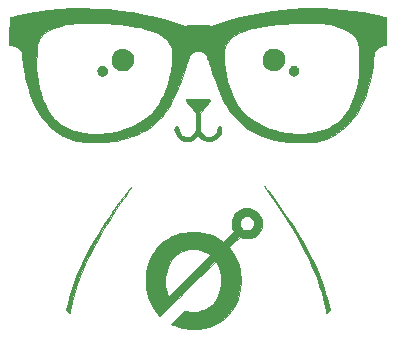
<source format=gbr>
%TF.GenerationSoftware,KiCad,Pcbnew,(5.1.7)-1*%
%TF.CreationDate,2020-09-28T14:59:46+02:00*%
%TF.ProjectId,oscar_pcb_svg2shenzen,6f736361-725f-4706-9362-5f7376673273,rev?*%
%TF.SameCoordinates,Original*%
%TF.FileFunction,Legend,Bot*%
%TF.FilePolarity,Positive*%
%FSLAX46Y46*%
G04 Gerber Fmt 4.6, Leading zero omitted, Abs format (unit mm)*
G04 Created by KiCad (PCBNEW (5.1.7)-1) date 2020-09-28 14:59:46*
%MOMM*%
%LPD*%
G01*
G04 APERTURE LIST*
%ADD10C,0.010000*%
G04 APERTURE END LIST*
D10*
%TO.C,G\u002A\u002A\u002A*%
G36*
X50683173Y-51638484D02*
G01*
X50845796Y-51658520D01*
X50916416Y-51675915D01*
X51135765Y-51762457D01*
X51332885Y-51882324D01*
X51504325Y-52031979D01*
X51646637Y-52207884D01*
X51756371Y-52406503D01*
X51826265Y-52608905D01*
X51847464Y-52733217D01*
X51856654Y-52880240D01*
X51853869Y-53032288D01*
X51839140Y-53171674D01*
X51825107Y-53239862D01*
X51749967Y-53448947D01*
X51639576Y-53641412D01*
X51498652Y-53812711D01*
X51331917Y-53958300D01*
X51144090Y-54073634D01*
X50939892Y-54154166D01*
X50852916Y-54175990D01*
X50751063Y-54192795D01*
X50640095Y-54204239D01*
X50565260Y-54207465D01*
X50457070Y-54200210D01*
X50332263Y-54180290D01*
X50206743Y-54151221D01*
X50096409Y-54116519D01*
X50036223Y-54090498D01*
X49968480Y-54055466D01*
X49517655Y-54505926D01*
X49066830Y-54956385D01*
X49168685Y-55084817D01*
X49391209Y-55398589D01*
X49584468Y-55740574D01*
X49747053Y-56107109D01*
X49877555Y-56494531D01*
X49974567Y-56899174D01*
X50036679Y-57317377D01*
X50040076Y-57351083D01*
X50050614Y-57508796D01*
X50055069Y-57692362D01*
X50053786Y-57889640D01*
X50047105Y-58088493D01*
X50035371Y-58276784D01*
X50018924Y-58442372D01*
X50006928Y-58525833D01*
X49918084Y-58939699D01*
X49794252Y-59332591D01*
X49636868Y-59702984D01*
X49447365Y-60049355D01*
X49227181Y-60370183D01*
X48977748Y-60663943D01*
X48700502Y-60929113D01*
X48396879Y-61164170D01*
X48068313Y-61367591D01*
X47716239Y-61537852D01*
X47342092Y-61673432D01*
X46947666Y-61772734D01*
X46538642Y-61836307D01*
X46126869Y-61865233D01*
X45722880Y-61858942D01*
X45575547Y-61847387D01*
X45348244Y-61817480D01*
X45106713Y-61771590D01*
X44863425Y-61712896D01*
X44630856Y-61644574D01*
X44421477Y-61569803D01*
X44323771Y-61528464D01*
X44186959Y-61466555D01*
X45312885Y-60340629D01*
X45500567Y-60380439D01*
X45637408Y-60401700D01*
X45802947Y-60415309D01*
X45984480Y-60421262D01*
X46169303Y-60419554D01*
X46344713Y-60410181D01*
X46498006Y-60393137D01*
X46566666Y-60380839D01*
X46864074Y-60297209D01*
X47139080Y-60178538D01*
X47390382Y-60026482D01*
X47616676Y-59842701D01*
X47816660Y-59628852D01*
X47989031Y-59386595D01*
X48132487Y-59117587D01*
X48245724Y-58823488D01*
X48327439Y-58505954D01*
X48376331Y-58166645D01*
X48383991Y-58067481D01*
X48390831Y-57677224D01*
X48360725Y-57306968D01*
X48293483Y-56955711D01*
X48188916Y-56622453D01*
X48052903Y-56317878D01*
X47934668Y-56089006D01*
X46112959Y-57905433D01*
X45766187Y-58251205D01*
X45448145Y-58568320D01*
X45157574Y-58858004D01*
X44893215Y-59121480D01*
X44653809Y-59359971D01*
X44438098Y-59574702D01*
X44244823Y-59766896D01*
X44072726Y-59937778D01*
X43920547Y-60088572D01*
X43787028Y-60220500D01*
X43670910Y-60334788D01*
X43570935Y-60432659D01*
X43485843Y-60515337D01*
X43414376Y-60584047D01*
X43355276Y-60640011D01*
X43307283Y-60684454D01*
X43269139Y-60718599D01*
X43239585Y-60743672D01*
X43217363Y-60760895D01*
X43201213Y-60771492D01*
X43189878Y-60776688D01*
X43182097Y-60777706D01*
X43176614Y-60775771D01*
X43172167Y-60772105D01*
X43168360Y-60768623D01*
X43141284Y-60741294D01*
X43094026Y-60688854D01*
X43033288Y-60618896D01*
X42967109Y-60540614D01*
X42720936Y-60216049D01*
X42512085Y-59876081D01*
X42339369Y-59518022D01*
X42201605Y-59139183D01*
X42097606Y-58736878D01*
X42046056Y-58451750D01*
X42028148Y-58295209D01*
X42016269Y-58108513D01*
X42010436Y-57903408D01*
X42010591Y-57761280D01*
X43659793Y-57761280D01*
X43660967Y-57968073D01*
X43670498Y-58162425D01*
X43688487Y-58331793D01*
X43695868Y-58377666D01*
X43730372Y-58544177D01*
X43774811Y-58717372D01*
X43824803Y-58881791D01*
X43875966Y-59021973D01*
X43883903Y-59040969D01*
X43927633Y-59143355D01*
X45701002Y-57370081D01*
X45928692Y-57142191D01*
X46147730Y-56922548D01*
X46356285Y-56713008D01*
X46552525Y-56515431D01*
X46734618Y-56331675D01*
X46900732Y-56163598D01*
X47049035Y-56013058D01*
X47177696Y-55881914D01*
X47284882Y-55772024D01*
X47368762Y-55685246D01*
X47427503Y-55623439D01*
X47459275Y-55588461D01*
X47464603Y-55581002D01*
X47440202Y-55559075D01*
X47388360Y-55521857D01*
X47318281Y-55475250D01*
X47239173Y-55425155D01*
X47160241Y-55377473D01*
X47090690Y-55338106D01*
X47064083Y-55324264D01*
X46842208Y-55232193D01*
X46594283Y-55161986D01*
X46331925Y-55116189D01*
X46066753Y-55097347D01*
X46026916Y-55097003D01*
X45708866Y-55116514D01*
X45407621Y-55174117D01*
X45124731Y-55268412D01*
X44861744Y-55398003D01*
X44620210Y-55561493D01*
X44401678Y-55757482D01*
X44207696Y-55984575D01*
X44039813Y-56241373D01*
X43899579Y-56526478D01*
X43788542Y-56838494D01*
X43708251Y-57176021D01*
X43705403Y-57191692D01*
X43682112Y-57360546D01*
X43666875Y-57554590D01*
X43659793Y-57761280D01*
X42010591Y-57761280D01*
X42010668Y-57691643D01*
X42016982Y-57484965D01*
X42029397Y-57295123D01*
X42044096Y-57160583D01*
X42120526Y-56739218D01*
X42231507Y-56337727D01*
X42375767Y-55957745D01*
X42552039Y-55600908D01*
X42759051Y-55268851D01*
X42995534Y-54963210D01*
X43260219Y-54685620D01*
X43551836Y-54437717D01*
X43869114Y-54221136D01*
X44210784Y-54037514D01*
X44575577Y-53888486D01*
X44587583Y-53884318D01*
X44929668Y-53782582D01*
X45280091Y-53711726D01*
X45647000Y-53670463D01*
X46026916Y-53657500D01*
X46460182Y-53675406D01*
X46871951Y-53729369D01*
X47263490Y-53819753D01*
X47636068Y-53946924D01*
X47990951Y-54111245D01*
X48329407Y-54313083D01*
X48348279Y-54325758D01*
X48585133Y-54485825D01*
X49473730Y-53597228D01*
X49413398Y-53463322D01*
X49348165Y-53292165D01*
X49310931Y-53123682D01*
X49300484Y-52978087D01*
X49965061Y-52978087D01*
X49996430Y-53118495D01*
X50063849Y-53251237D01*
X50168174Y-53370583D01*
X50168394Y-53370782D01*
X50270753Y-53450166D01*
X50372609Y-53498797D01*
X50487496Y-53521325D01*
X50611972Y-53523174D01*
X50710865Y-53515658D01*
X50784092Y-53499935D01*
X50848105Y-53472034D01*
X50865972Y-53461881D01*
X51002080Y-53360033D01*
X51102182Y-53237359D01*
X51165064Y-53095905D01*
X51189518Y-52937718D01*
X51189808Y-52914767D01*
X51169492Y-52756313D01*
X51110705Y-52614303D01*
X51014825Y-52490895D01*
X50883231Y-52388248D01*
X50836453Y-52361537D01*
X50737630Y-52327196D01*
X50617309Y-52311790D01*
X50491857Y-52315320D01*
X50377638Y-52337785D01*
X50319046Y-52361537D01*
X50182989Y-52454353D01*
X50078707Y-52568144D01*
X50007055Y-52697182D01*
X49968888Y-52835739D01*
X49965061Y-52978087D01*
X49300484Y-52978087D01*
X49297667Y-52938830D01*
X49297497Y-52915822D01*
X49317169Y-52684293D01*
X49375425Y-52466575D01*
X49469820Y-52266044D01*
X49597911Y-52086076D01*
X49757253Y-51930049D01*
X49945403Y-51801338D01*
X50159916Y-51703321D01*
X50180273Y-51696175D01*
X50334451Y-51657751D01*
X50507404Y-51638374D01*
X50683173Y-51638484D01*
G37*
X50683173Y-51638484D02*
X50845796Y-51658520D01*
X50916416Y-51675915D01*
X51135765Y-51762457D01*
X51332885Y-51882324D01*
X51504325Y-52031979D01*
X51646637Y-52207884D01*
X51756371Y-52406503D01*
X51826265Y-52608905D01*
X51847464Y-52733217D01*
X51856654Y-52880240D01*
X51853869Y-53032288D01*
X51839140Y-53171674D01*
X51825107Y-53239862D01*
X51749967Y-53448947D01*
X51639576Y-53641412D01*
X51498652Y-53812711D01*
X51331917Y-53958300D01*
X51144090Y-54073634D01*
X50939892Y-54154166D01*
X50852916Y-54175990D01*
X50751063Y-54192795D01*
X50640095Y-54204239D01*
X50565260Y-54207465D01*
X50457070Y-54200210D01*
X50332263Y-54180290D01*
X50206743Y-54151221D01*
X50096409Y-54116519D01*
X50036223Y-54090498D01*
X49968480Y-54055466D01*
X49517655Y-54505926D01*
X49066830Y-54956385D01*
X49168685Y-55084817D01*
X49391209Y-55398589D01*
X49584468Y-55740574D01*
X49747053Y-56107109D01*
X49877555Y-56494531D01*
X49974567Y-56899174D01*
X50036679Y-57317377D01*
X50040076Y-57351083D01*
X50050614Y-57508796D01*
X50055069Y-57692362D01*
X50053786Y-57889640D01*
X50047105Y-58088493D01*
X50035371Y-58276784D01*
X50018924Y-58442372D01*
X50006928Y-58525833D01*
X49918084Y-58939699D01*
X49794252Y-59332591D01*
X49636868Y-59702984D01*
X49447365Y-60049355D01*
X49227181Y-60370183D01*
X48977748Y-60663943D01*
X48700502Y-60929113D01*
X48396879Y-61164170D01*
X48068313Y-61367591D01*
X47716239Y-61537852D01*
X47342092Y-61673432D01*
X46947666Y-61772734D01*
X46538642Y-61836307D01*
X46126869Y-61865233D01*
X45722880Y-61858942D01*
X45575547Y-61847387D01*
X45348244Y-61817480D01*
X45106713Y-61771590D01*
X44863425Y-61712896D01*
X44630856Y-61644574D01*
X44421477Y-61569803D01*
X44323771Y-61528464D01*
X44186959Y-61466555D01*
X45312885Y-60340629D01*
X45500567Y-60380439D01*
X45637408Y-60401700D01*
X45802947Y-60415309D01*
X45984480Y-60421262D01*
X46169303Y-60419554D01*
X46344713Y-60410181D01*
X46498006Y-60393137D01*
X46566666Y-60380839D01*
X46864074Y-60297209D01*
X47139080Y-60178538D01*
X47390382Y-60026482D01*
X47616676Y-59842701D01*
X47816660Y-59628852D01*
X47989031Y-59386595D01*
X48132487Y-59117587D01*
X48245724Y-58823488D01*
X48327439Y-58505954D01*
X48376331Y-58166645D01*
X48383991Y-58067481D01*
X48390831Y-57677224D01*
X48360725Y-57306968D01*
X48293483Y-56955711D01*
X48188916Y-56622453D01*
X48052903Y-56317878D01*
X47934668Y-56089006D01*
X46112959Y-57905433D01*
X45766187Y-58251205D01*
X45448145Y-58568320D01*
X45157574Y-58858004D01*
X44893215Y-59121480D01*
X44653809Y-59359971D01*
X44438098Y-59574702D01*
X44244823Y-59766896D01*
X44072726Y-59937778D01*
X43920547Y-60088572D01*
X43787028Y-60220500D01*
X43670910Y-60334788D01*
X43570935Y-60432659D01*
X43485843Y-60515337D01*
X43414376Y-60584047D01*
X43355276Y-60640011D01*
X43307283Y-60684454D01*
X43269139Y-60718599D01*
X43239585Y-60743672D01*
X43217363Y-60760895D01*
X43201213Y-60771492D01*
X43189878Y-60776688D01*
X43182097Y-60777706D01*
X43176614Y-60775771D01*
X43172167Y-60772105D01*
X43168360Y-60768623D01*
X43141284Y-60741294D01*
X43094026Y-60688854D01*
X43033288Y-60618896D01*
X42967109Y-60540614D01*
X42720936Y-60216049D01*
X42512085Y-59876081D01*
X42339369Y-59518022D01*
X42201605Y-59139183D01*
X42097606Y-58736878D01*
X42046056Y-58451750D01*
X42028148Y-58295209D01*
X42016269Y-58108513D01*
X42010436Y-57903408D01*
X42010591Y-57761280D01*
X43659793Y-57761280D01*
X43660967Y-57968073D01*
X43670498Y-58162425D01*
X43688487Y-58331793D01*
X43695868Y-58377666D01*
X43730372Y-58544177D01*
X43774811Y-58717372D01*
X43824803Y-58881791D01*
X43875966Y-59021973D01*
X43883903Y-59040969D01*
X43927633Y-59143355D01*
X45701002Y-57370081D01*
X45928692Y-57142191D01*
X46147730Y-56922548D01*
X46356285Y-56713008D01*
X46552525Y-56515431D01*
X46734618Y-56331675D01*
X46900732Y-56163598D01*
X47049035Y-56013058D01*
X47177696Y-55881914D01*
X47284882Y-55772024D01*
X47368762Y-55685246D01*
X47427503Y-55623439D01*
X47459275Y-55588461D01*
X47464603Y-55581002D01*
X47440202Y-55559075D01*
X47388360Y-55521857D01*
X47318281Y-55475250D01*
X47239173Y-55425155D01*
X47160241Y-55377473D01*
X47090690Y-55338106D01*
X47064083Y-55324264D01*
X46842208Y-55232193D01*
X46594283Y-55161986D01*
X46331925Y-55116189D01*
X46066753Y-55097347D01*
X46026916Y-55097003D01*
X45708866Y-55116514D01*
X45407621Y-55174117D01*
X45124731Y-55268412D01*
X44861744Y-55398003D01*
X44620210Y-55561493D01*
X44401678Y-55757482D01*
X44207696Y-55984575D01*
X44039813Y-56241373D01*
X43899579Y-56526478D01*
X43788542Y-56838494D01*
X43708251Y-57176021D01*
X43705403Y-57191692D01*
X43682112Y-57360546D01*
X43666875Y-57554590D01*
X43659793Y-57761280D01*
X42010591Y-57761280D01*
X42010668Y-57691643D01*
X42016982Y-57484965D01*
X42029397Y-57295123D01*
X42044096Y-57160583D01*
X42120526Y-56739218D01*
X42231507Y-56337727D01*
X42375767Y-55957745D01*
X42552039Y-55600908D01*
X42759051Y-55268851D01*
X42995534Y-54963210D01*
X43260219Y-54685620D01*
X43551836Y-54437717D01*
X43869114Y-54221136D01*
X44210784Y-54037514D01*
X44575577Y-53888486D01*
X44587583Y-53884318D01*
X44929668Y-53782582D01*
X45280091Y-53711726D01*
X45647000Y-53670463D01*
X46026916Y-53657500D01*
X46460182Y-53675406D01*
X46871951Y-53729369D01*
X47263490Y-53819753D01*
X47636068Y-53946924D01*
X47990951Y-54111245D01*
X48329407Y-54313083D01*
X48348279Y-54325758D01*
X48585133Y-54485825D01*
X49473730Y-53597228D01*
X49413398Y-53463322D01*
X49348165Y-53292165D01*
X49310931Y-53123682D01*
X49300484Y-52978087D01*
X49965061Y-52978087D01*
X49996430Y-53118495D01*
X50063849Y-53251237D01*
X50168174Y-53370583D01*
X50168394Y-53370782D01*
X50270753Y-53450166D01*
X50372609Y-53498797D01*
X50487496Y-53521325D01*
X50611972Y-53523174D01*
X50710865Y-53515658D01*
X50784092Y-53499935D01*
X50848105Y-53472034D01*
X50865972Y-53461881D01*
X51002080Y-53360033D01*
X51102182Y-53237359D01*
X51165064Y-53095905D01*
X51189518Y-52937718D01*
X51189808Y-52914767D01*
X51169492Y-52756313D01*
X51110705Y-52614303D01*
X51014825Y-52490895D01*
X50883231Y-52388248D01*
X50836453Y-52361537D01*
X50737630Y-52327196D01*
X50617309Y-52311790D01*
X50491857Y-52315320D01*
X50377638Y-52337785D01*
X50319046Y-52361537D01*
X50182989Y-52454353D01*
X50078707Y-52568144D01*
X50007055Y-52697182D01*
X49968888Y-52835739D01*
X49965061Y-52978087D01*
X49300484Y-52978087D01*
X49297667Y-52938830D01*
X49297497Y-52915822D01*
X49317169Y-52684293D01*
X49375425Y-52466575D01*
X49469820Y-52266044D01*
X49597911Y-52086076D01*
X49757253Y-51930049D01*
X49945403Y-51801338D01*
X50159916Y-51703321D01*
X50180273Y-51696175D01*
X50334451Y-51657751D01*
X50507404Y-51638374D01*
X50683173Y-51638484D01*
G36*
X40801919Y-49819797D02*
G01*
X40783378Y-49849646D01*
X40749419Y-49900515D01*
X40698324Y-49975027D01*
X40628375Y-50075810D01*
X40537856Y-50205486D01*
X40425048Y-50366683D01*
X40401044Y-50400961D01*
X39857943Y-51189714D01*
X39349305Y-51956000D01*
X38874510Y-52701040D01*
X38432935Y-53426056D01*
X38023959Y-54132269D01*
X37646960Y-54820901D01*
X37301318Y-55493173D01*
X36986410Y-56150306D01*
X36701615Y-56793522D01*
X36446312Y-57424043D01*
X36219878Y-58043090D01*
X36021693Y-58651883D01*
X35851135Y-59251646D01*
X35803757Y-59436000D01*
X35769932Y-59574631D01*
X35735135Y-59723606D01*
X35700761Y-59876294D01*
X35668203Y-60026070D01*
X35638854Y-60166306D01*
X35614109Y-60290373D01*
X35595359Y-60391646D01*
X35584000Y-60463496D01*
X35581166Y-60494660D01*
X35574177Y-60528905D01*
X35564629Y-60536666D01*
X35543049Y-60522595D01*
X35500251Y-60485183D01*
X35444331Y-60431632D01*
X35426306Y-60413597D01*
X35304521Y-60290527D01*
X35359259Y-60006138D01*
X35431558Y-59666615D01*
X35522307Y-59299880D01*
X35628675Y-58915318D01*
X35747831Y-58522312D01*
X35876942Y-58130246D01*
X36013178Y-57748504D01*
X36138074Y-57425166D01*
X36440467Y-56713510D01*
X36781323Y-55987328D01*
X37159882Y-55248022D01*
X37575385Y-54496995D01*
X38027073Y-53735652D01*
X38514187Y-52965394D01*
X38720801Y-52652083D01*
X38844518Y-52468544D01*
X38981156Y-52269207D01*
X39128108Y-52057649D01*
X39282767Y-51837447D01*
X39442529Y-51612179D01*
X39604785Y-51385422D01*
X39766931Y-51160754D01*
X39926359Y-50941753D01*
X40080465Y-50731996D01*
X40226640Y-50535061D01*
X40362279Y-50354524D01*
X40484777Y-50193964D01*
X40591525Y-50056959D01*
X40679919Y-49947085D01*
X40747352Y-49867920D01*
X40756260Y-49858083D01*
X40782213Y-49830109D01*
X40799619Y-49812653D01*
X40806760Y-49808341D01*
X40801919Y-49819797D01*
G37*
X40801919Y-49819797D02*
X40783378Y-49849646D01*
X40749419Y-49900515D01*
X40698324Y-49975027D01*
X40628375Y-50075810D01*
X40537856Y-50205486D01*
X40425048Y-50366683D01*
X40401044Y-50400961D01*
X39857943Y-51189714D01*
X39349305Y-51956000D01*
X38874510Y-52701040D01*
X38432935Y-53426056D01*
X38023959Y-54132269D01*
X37646960Y-54820901D01*
X37301318Y-55493173D01*
X36986410Y-56150306D01*
X36701615Y-56793522D01*
X36446312Y-57424043D01*
X36219878Y-58043090D01*
X36021693Y-58651883D01*
X35851135Y-59251646D01*
X35803757Y-59436000D01*
X35769932Y-59574631D01*
X35735135Y-59723606D01*
X35700761Y-59876294D01*
X35668203Y-60026070D01*
X35638854Y-60166306D01*
X35614109Y-60290373D01*
X35595359Y-60391646D01*
X35584000Y-60463496D01*
X35581166Y-60494660D01*
X35574177Y-60528905D01*
X35564629Y-60536666D01*
X35543049Y-60522595D01*
X35500251Y-60485183D01*
X35444331Y-60431632D01*
X35426306Y-60413597D01*
X35304521Y-60290527D01*
X35359259Y-60006138D01*
X35431558Y-59666615D01*
X35522307Y-59299880D01*
X35628675Y-58915318D01*
X35747831Y-58522312D01*
X35876942Y-58130246D01*
X36013178Y-57748504D01*
X36138074Y-57425166D01*
X36440467Y-56713510D01*
X36781323Y-55987328D01*
X37159882Y-55248022D01*
X37575385Y-54496995D01*
X38027073Y-53735652D01*
X38514187Y-52965394D01*
X38720801Y-52652083D01*
X38844518Y-52468544D01*
X38981156Y-52269207D01*
X39128108Y-52057649D01*
X39282767Y-51837447D01*
X39442529Y-51612179D01*
X39604785Y-51385422D01*
X39766931Y-51160754D01*
X39926359Y-50941753D01*
X40080465Y-50731996D01*
X40226640Y-50535061D01*
X40362279Y-50354524D01*
X40484777Y-50193964D01*
X40591525Y-50056959D01*
X40679919Y-49947085D01*
X40747352Y-49867920D01*
X40756260Y-49858083D01*
X40782213Y-49830109D01*
X40799619Y-49812653D01*
X40806760Y-49808341D01*
X40801919Y-49819797D01*
G36*
X52074050Y-49792200D02*
G01*
X52094666Y-49813732D01*
X52127170Y-49852082D01*
X52173313Y-49909504D01*
X52234844Y-49988250D01*
X52313514Y-50090574D01*
X52411072Y-50218728D01*
X52529269Y-50374965D01*
X52669854Y-50561540D01*
X52769575Y-50694166D01*
X53366685Y-51507090D01*
X53925811Y-52305970D01*
X54446858Y-53090621D01*
X54929732Y-53860857D01*
X55374337Y-54616492D01*
X55780577Y-55357341D01*
X56148358Y-56083217D01*
X56477585Y-56793935D01*
X56768162Y-57489309D01*
X57019994Y-58169153D01*
X57232986Y-58833283D01*
X57407044Y-59481510D01*
X57510948Y-59951975D01*
X57578125Y-60288034D01*
X57449657Y-60416502D01*
X57381010Y-60481663D01*
X57336460Y-60515307D01*
X57313734Y-60519035D01*
X57310762Y-60514359D01*
X57302569Y-60480737D01*
X57289484Y-60416721D01*
X57273775Y-60333639D01*
X57266489Y-60293250D01*
X57201308Y-59962942D01*
X57118309Y-59602970D01*
X57019539Y-59221051D01*
X56907044Y-58824904D01*
X56782871Y-58422246D01*
X56716388Y-58218916D01*
X56559891Y-57767714D01*
X56393020Y-57323232D01*
X56212399Y-56877399D01*
X56014653Y-56422143D01*
X55796404Y-55949393D01*
X55583269Y-55509583D01*
X55362296Y-55071398D01*
X55133209Y-54635007D01*
X54894068Y-54197253D01*
X54642932Y-53754980D01*
X54377860Y-53305031D01*
X54096914Y-52844250D01*
X53798151Y-52369478D01*
X53479633Y-51877561D01*
X53139418Y-51365340D01*
X52775567Y-50829658D01*
X52386139Y-50267360D01*
X52184430Y-49979791D01*
X52131381Y-49902580D01*
X52090859Y-49839943D01*
X52067054Y-49798622D01*
X52063573Y-49785234D01*
X52074050Y-49792200D01*
G37*
X52074050Y-49792200D02*
X52094666Y-49813732D01*
X52127170Y-49852082D01*
X52173313Y-49909504D01*
X52234844Y-49988250D01*
X52313514Y-50090574D01*
X52411072Y-50218728D01*
X52529269Y-50374965D01*
X52669854Y-50561540D01*
X52769575Y-50694166D01*
X53366685Y-51507090D01*
X53925811Y-52305970D01*
X54446858Y-53090621D01*
X54929732Y-53860857D01*
X55374337Y-54616492D01*
X55780577Y-55357341D01*
X56148358Y-56083217D01*
X56477585Y-56793935D01*
X56768162Y-57489309D01*
X57019994Y-58169153D01*
X57232986Y-58833283D01*
X57407044Y-59481510D01*
X57510948Y-59951975D01*
X57578125Y-60288034D01*
X57449657Y-60416502D01*
X57381010Y-60481663D01*
X57336460Y-60515307D01*
X57313734Y-60519035D01*
X57310762Y-60514359D01*
X57302569Y-60480737D01*
X57289484Y-60416721D01*
X57273775Y-60333639D01*
X57266489Y-60293250D01*
X57201308Y-59962942D01*
X57118309Y-59602970D01*
X57019539Y-59221051D01*
X56907044Y-58824904D01*
X56782871Y-58422246D01*
X56716388Y-58218916D01*
X56559891Y-57767714D01*
X56393020Y-57323232D01*
X56212399Y-56877399D01*
X56014653Y-56422143D01*
X55796404Y-55949393D01*
X55583269Y-55509583D01*
X55362296Y-55071398D01*
X55133209Y-54635007D01*
X54894068Y-54197253D01*
X54642932Y-53754980D01*
X54377860Y-53305031D01*
X54096914Y-52844250D01*
X53798151Y-52369478D01*
X53479633Y-51877561D01*
X53139418Y-51365340D01*
X52775567Y-50829658D01*
X52386139Y-50267360D01*
X52184430Y-49979791D01*
X52131381Y-49902580D01*
X52090859Y-49839943D01*
X52067054Y-49798622D01*
X52063573Y-49785234D01*
X52074050Y-49792200D01*
G36*
X37788946Y-34743031D02*
G01*
X38813005Y-34809083D01*
X39833970Y-34915312D01*
X40849734Y-35061542D01*
X41858186Y-35247596D01*
X42857217Y-35473296D01*
X43844719Y-35738466D01*
X44802999Y-36037709D01*
X45349365Y-36220521D01*
X45698724Y-36170802D01*
X46161546Y-36126177D01*
X46627543Y-36123133D01*
X47091946Y-36161669D01*
X47161500Y-36171081D01*
X47512917Y-36221080D01*
X48092833Y-36029175D01*
X49029380Y-35737367D01*
X49959085Y-35484525D01*
X50888109Y-35269328D01*
X51822611Y-35090455D01*
X52768748Y-34946585D01*
X53583416Y-34851164D01*
X54433943Y-34779616D01*
X55294579Y-34736390D01*
X56160190Y-34721206D01*
X57025643Y-34733786D01*
X57885805Y-34773849D01*
X58735543Y-34841117D01*
X59569725Y-34935310D01*
X60383217Y-35056149D01*
X61170885Y-35203355D01*
X61542083Y-35284164D01*
X61709740Y-35323248D01*
X61869654Y-35362047D01*
X62016537Y-35399149D01*
X62145101Y-35433144D01*
X62250061Y-35462621D01*
X62326128Y-35486170D01*
X62368017Y-35502379D01*
X62373617Y-35506049D01*
X62376616Y-35529516D01*
X62379636Y-35591341D01*
X62382602Y-35687550D01*
X62385441Y-35814167D01*
X62388079Y-35967219D01*
X62390442Y-36142730D01*
X62392457Y-36336726D01*
X62394049Y-36545231D01*
X62394576Y-36636474D01*
X62395716Y-36893563D01*
X62396199Y-37111263D01*
X62395971Y-37292513D01*
X62394976Y-37440254D01*
X62393162Y-37557426D01*
X62390473Y-37646969D01*
X62386856Y-37711822D01*
X62382257Y-37754926D01*
X62376621Y-37779219D01*
X62373409Y-37785217D01*
X62339321Y-37805342D01*
X62272333Y-37827627D01*
X62181580Y-37849176D01*
X62155916Y-37854171D01*
X61945044Y-37908706D01*
X61757862Y-37988048D01*
X61598276Y-38089639D01*
X61470189Y-38210921D01*
X61377506Y-38349335D01*
X61367114Y-38370946D01*
X61345858Y-38421126D01*
X61330117Y-38470564D01*
X61318582Y-38527822D01*
X61309943Y-38601462D01*
X61302892Y-38700050D01*
X61296117Y-38832146D01*
X61295913Y-38836547D01*
X61270173Y-39183299D01*
X61223864Y-39563837D01*
X61157524Y-39975253D01*
X61071694Y-40414638D01*
X60966912Y-40879083D01*
X60843717Y-41365680D01*
X60790819Y-41560750D01*
X60642957Y-42034511D01*
X60465978Y-42493081D01*
X60261785Y-42933927D01*
X60032286Y-43354516D01*
X59779386Y-43752318D01*
X59504990Y-44124800D01*
X59211004Y-44469429D01*
X58899333Y-44783675D01*
X58571883Y-45065005D01*
X58230559Y-45310886D01*
X57877268Y-45518788D01*
X57771971Y-45572040D01*
X57503427Y-45694133D01*
X57238971Y-45795451D01*
X56969367Y-45878527D01*
X56685377Y-45945890D01*
X56377764Y-46000072D01*
X56059916Y-46041125D01*
X55933729Y-46051657D01*
X55772959Y-46059732D01*
X55585281Y-46065392D01*
X55378372Y-46068679D01*
X55159906Y-46069633D01*
X54937561Y-46068297D01*
X54719012Y-46064712D01*
X54511936Y-46058919D01*
X54324007Y-46050961D01*
X54162902Y-46040878D01*
X54049083Y-46030242D01*
X53454493Y-45944809D01*
X52890007Y-45829960D01*
X52355693Y-45685733D01*
X51851618Y-45512165D01*
X51377851Y-45309293D01*
X50934461Y-45077155D01*
X50521514Y-44815786D01*
X50139080Y-44525226D01*
X49787226Y-44205510D01*
X49466021Y-43856676D01*
X49175532Y-43478761D01*
X49059871Y-43307000D01*
X48951924Y-43136836D01*
X48855110Y-42976488D01*
X48763701Y-42815633D01*
X48671967Y-42643948D01*
X48574177Y-42451113D01*
X48493909Y-42287415D01*
X48394909Y-42079687D01*
X48301200Y-41874969D01*
X48210920Y-41668441D01*
X48122206Y-41455283D01*
X48033195Y-41230677D01*
X47942025Y-40989802D01*
X47846833Y-40727839D01*
X47745757Y-40439968D01*
X47636935Y-40121370D01*
X47518503Y-39767224D01*
X47509618Y-39740416D01*
X47447683Y-39554637D01*
X47387777Y-39377226D01*
X47331633Y-39213149D01*
X47280982Y-39067372D01*
X47237556Y-38944860D01*
X47203086Y-38850579D01*
X47188862Y-38814044D01*
X48623661Y-38814044D01*
X48624175Y-39006859D01*
X48630284Y-39193475D01*
X48639350Y-39331432D01*
X48697430Y-39845973D01*
X48784003Y-40349082D01*
X48897860Y-40837778D01*
X49037790Y-41309085D01*
X49202585Y-41760023D01*
X49391035Y-42187615D01*
X49601930Y-42588880D01*
X49834061Y-42960842D01*
X50086218Y-43300521D01*
X50357191Y-43604939D01*
X50387090Y-43635139D01*
X50592865Y-43826862D01*
X50816823Y-44007687D01*
X51064716Y-44181616D01*
X51342299Y-44352649D01*
X51655326Y-44524788D01*
X51699583Y-44547797D01*
X52115565Y-44747103D01*
X52534350Y-44915549D01*
X52962515Y-45054999D01*
X53406635Y-45167318D01*
X53873286Y-45254370D01*
X54369044Y-45318021D01*
X54440666Y-45325125D01*
X54517011Y-45329810D01*
X54627096Y-45333051D01*
X54762356Y-45334908D01*
X54914222Y-45335437D01*
X55074130Y-45334697D01*
X55233513Y-45332746D01*
X55383804Y-45329643D01*
X55516437Y-45325444D01*
X55622846Y-45320209D01*
X55668333Y-45316798D01*
X56029347Y-45274895D01*
X56379988Y-45216212D01*
X56714461Y-45142259D01*
X57026972Y-45054546D01*
X57311727Y-44954585D01*
X57562933Y-44843886D01*
X57644192Y-44801613D01*
X57911412Y-44637822D01*
X58175659Y-44440850D01*
X58400947Y-44242726D01*
X58690807Y-43938346D01*
X58954983Y-43601311D01*
X59193091Y-43232907D01*
X59404750Y-42834418D01*
X59589578Y-42407128D01*
X59747192Y-41952324D01*
X59877210Y-41471290D01*
X59979249Y-40965310D01*
X60052929Y-40435669D01*
X60097866Y-39883653D01*
X60113678Y-39310547D01*
X60099984Y-38717634D01*
X60091493Y-38559556D01*
X60076027Y-38319456D01*
X60060483Y-38117444D01*
X60044277Y-37949281D01*
X60026824Y-37810724D01*
X60007542Y-37697534D01*
X59985847Y-37605469D01*
X59961155Y-37530287D01*
X59944453Y-37491080D01*
X59817128Y-37268074D01*
X59651342Y-37059153D01*
X59448902Y-36865337D01*
X59211616Y-36687649D01*
X58941291Y-36527108D01*
X58639733Y-36384737D01*
X58308750Y-36261556D01*
X57950148Y-36158588D01*
X57565735Y-36076852D01*
X57391583Y-36048283D01*
X57227819Y-36024268D01*
X57082785Y-36004572D01*
X56949640Y-35988790D01*
X56821543Y-35976519D01*
X56691652Y-35967353D01*
X56553127Y-35960889D01*
X56399127Y-35956722D01*
X56222811Y-35954447D01*
X56017337Y-35953659D01*
X55795333Y-35953905D01*
X55078590Y-35962264D01*
X54399277Y-35983608D01*
X53757653Y-36017894D01*
X53153979Y-36065079D01*
X52588518Y-36125119D01*
X52061530Y-36197970D01*
X51573276Y-36283588D01*
X51124017Y-36381931D01*
X50714014Y-36492954D01*
X50343528Y-36616613D01*
X50012822Y-36752866D01*
X49722154Y-36901668D01*
X49572333Y-36993498D01*
X49333764Y-37169207D01*
X49126878Y-37361299D01*
X48953908Y-37566845D01*
X48817088Y-37782915D01*
X48718651Y-38006581D01*
X48672080Y-38174083D01*
X48652950Y-38295050D01*
X48638322Y-38448476D01*
X48628468Y-38624695D01*
X48623661Y-38814044D01*
X47188862Y-38814044D01*
X47179304Y-38789494D01*
X47172936Y-38774967D01*
X47085312Y-38636329D01*
X46965431Y-38514247D01*
X46822147Y-38415181D01*
X46664316Y-38345591D01*
X46545500Y-38317192D01*
X46373918Y-38311761D01*
X46203977Y-38344508D01*
X46042968Y-38411656D01*
X45898183Y-38509427D01*
X45776914Y-38634046D01*
X45699160Y-38755524D01*
X45683240Y-38793515D01*
X45655512Y-38867307D01*
X45617511Y-38972526D01*
X45570771Y-39104795D01*
X45516825Y-39259742D01*
X45457208Y-39432989D01*
X45393453Y-39620164D01*
X45328880Y-39811572D01*
X45223811Y-40122891D01*
X45129377Y-40398919D01*
X45043655Y-40644791D01*
X44964721Y-40865645D01*
X44890650Y-41066615D01*
X44819519Y-41252838D01*
X44749404Y-41429451D01*
X44678382Y-41601590D01*
X44604527Y-41774389D01*
X44531258Y-41940991D01*
X44344576Y-42343625D01*
X44158959Y-42708585D01*
X43971524Y-43040350D01*
X43779389Y-43343394D01*
X43579672Y-43622195D01*
X43369491Y-43881229D01*
X43145963Y-44124973D01*
X43085826Y-44185873D01*
X42800559Y-44453995D01*
X42511206Y-44691187D01*
X42207422Y-44904910D01*
X41878859Y-45102625D01*
X41634833Y-45232329D01*
X41247722Y-45415009D01*
X40852989Y-45573313D01*
X40444864Y-45708873D01*
X40017577Y-45823322D01*
X39565360Y-45918290D01*
X39082443Y-45995410D01*
X38819666Y-46028723D01*
X38733373Y-46036495D01*
X38614229Y-46043944D01*
X38469056Y-46050920D01*
X38304673Y-46057267D01*
X38127901Y-46062834D01*
X37945562Y-46067467D01*
X37764476Y-46071012D01*
X37591465Y-46073317D01*
X37433348Y-46074228D01*
X37296946Y-46073593D01*
X37189081Y-46071257D01*
X37116573Y-46067068D01*
X37115750Y-46066987D01*
X36871269Y-46041805D01*
X36662783Y-46018512D01*
X36484059Y-45995981D01*
X36328866Y-45973086D01*
X36190971Y-45948702D01*
X36064142Y-45921702D01*
X35942149Y-45890961D01*
X35818758Y-45855351D01*
X35687739Y-45813748D01*
X35655816Y-45803195D01*
X35453700Y-45728230D01*
X35233858Y-45633351D01*
X35011110Y-45525713D01*
X34800277Y-45412475D01*
X34618083Y-45302039D01*
X34276976Y-45055559D01*
X33948637Y-44771234D01*
X33635397Y-44452245D01*
X33339588Y-44101775D01*
X33063541Y-43723005D01*
X32809587Y-43319117D01*
X32580058Y-42893292D01*
X32377284Y-42448711D01*
X32215327Y-42022854D01*
X32155445Y-41838040D01*
X32091007Y-41619251D01*
X32023935Y-41374347D01*
X31956147Y-41111188D01*
X31889565Y-40837634D01*
X31826107Y-40561545D01*
X31767695Y-40290782D01*
X31716247Y-40033203D01*
X31678498Y-39825083D01*
X31643802Y-39614361D01*
X31617007Y-39430833D01*
X31596526Y-39260438D01*
X31591717Y-39208134D01*
X32752233Y-39208134D01*
X32763990Y-39797351D01*
X32805547Y-40365286D01*
X32876695Y-40910153D01*
X32977224Y-41430165D01*
X33106928Y-41923536D01*
X33265596Y-42388480D01*
X33362488Y-42625357D01*
X33558833Y-43033874D01*
X33778795Y-43410946D01*
X34021379Y-43755490D01*
X34285584Y-44066421D01*
X34570413Y-44342654D01*
X34874867Y-44583106D01*
X35197948Y-44786692D01*
X35483256Y-44928534D01*
X35669188Y-45001009D01*
X35889333Y-45071017D01*
X36135574Y-45136750D01*
X36399795Y-45196405D01*
X36673882Y-45248174D01*
X36949718Y-45290251D01*
X37219187Y-45320831D01*
X37263916Y-45324768D01*
X37349677Y-45329559D01*
X37468758Y-45332858D01*
X37612170Y-45334722D01*
X37770930Y-45335205D01*
X37936049Y-45334363D01*
X38098543Y-45332251D01*
X38249424Y-45328927D01*
X38379708Y-45324444D01*
X38480407Y-45318860D01*
X38502166Y-45317098D01*
X39002457Y-45254094D01*
X39500541Y-45155634D01*
X39991459Y-45023546D01*
X40470255Y-44859658D01*
X40931969Y-44665797D01*
X41371645Y-44443789D01*
X41784324Y-44195463D01*
X42052247Y-44008612D01*
X42346589Y-43765101D01*
X42624241Y-43484301D01*
X42884186Y-43168250D01*
X43125406Y-42818984D01*
X43346885Y-42438541D01*
X43547606Y-42028955D01*
X43726551Y-41592266D01*
X43882703Y-41130508D01*
X44015046Y-40645720D01*
X44122562Y-40139937D01*
X44188862Y-39729833D01*
X44201108Y-39618539D01*
X44211182Y-39479644D01*
X44219037Y-39320279D01*
X44224628Y-39147572D01*
X44227907Y-38968653D01*
X44228828Y-38790651D01*
X44227345Y-38620696D01*
X44223411Y-38465916D01*
X44216981Y-38333443D01*
X44208007Y-38230405D01*
X44198993Y-38174083D01*
X44128660Y-37953414D01*
X44019812Y-37734873D01*
X43876172Y-37523405D01*
X43701466Y-37323955D01*
X43499417Y-37141469D01*
X43325542Y-37014291D01*
X43099434Y-36876758D01*
X42850914Y-36749881D01*
X42578469Y-36633378D01*
X42280587Y-36526962D01*
X41955757Y-36430352D01*
X41602467Y-36343263D01*
X41219206Y-36265410D01*
X40804463Y-36196511D01*
X40356724Y-36136281D01*
X39874480Y-36084437D01*
X39356218Y-36040693D01*
X38800427Y-36004768D01*
X38205595Y-35976376D01*
X37707216Y-35959090D01*
X37306296Y-35949760D01*
X36942313Y-35946851D01*
X36610303Y-35950752D01*
X36305301Y-35961850D01*
X36022345Y-35980533D01*
X35756469Y-36007190D01*
X35502709Y-36042209D01*
X35256101Y-36085977D01*
X35011682Y-36138882D01*
X34829750Y-36184027D01*
X34471006Y-36291870D01*
X34142920Y-36420002D01*
X33846910Y-36567467D01*
X33584396Y-36733309D01*
X33356795Y-36916570D01*
X33165527Y-37116295D01*
X33012011Y-37331528D01*
X32945039Y-37454416D01*
X32909188Y-37529323D01*
X32882977Y-37591144D01*
X32863947Y-37649994D01*
X32849640Y-37715989D01*
X32837595Y-37799245D01*
X32825353Y-37909877D01*
X32818953Y-37973000D01*
X32770485Y-38599422D01*
X32752233Y-39208134D01*
X31591717Y-39208134D01*
X31580772Y-39089112D01*
X31568155Y-38902795D01*
X31562380Y-38796752D01*
X31554836Y-38664438D01*
X31546870Y-38566014D01*
X31537189Y-38493046D01*
X31524499Y-38437100D01*
X31507509Y-38389742D01*
X31496190Y-38364976D01*
X31399846Y-38214065D01*
X31268403Y-38086143D01*
X31102636Y-37981724D01*
X30903320Y-37901322D01*
X30728095Y-37856227D01*
X30645707Y-37839199D01*
X30574281Y-37824130D01*
X30528763Y-37814174D01*
X30527624Y-37813911D01*
X30479999Y-37802860D01*
X30480000Y-36662855D01*
X30480208Y-36401795D01*
X30480874Y-36180305D01*
X30482063Y-35995626D01*
X30483835Y-35844995D01*
X30486255Y-35725652D01*
X30489384Y-35634836D01*
X30493287Y-35569786D01*
X30498026Y-35527741D01*
X30503664Y-35505941D01*
X30506458Y-35502042D01*
X30547667Y-35481963D01*
X30626193Y-35455539D01*
X30737655Y-35423732D01*
X30877673Y-35387502D01*
X31041866Y-35347811D01*
X31225854Y-35305619D01*
X31425254Y-35261889D01*
X31635687Y-35217581D01*
X31852771Y-35173656D01*
X32072127Y-35131075D01*
X32289372Y-35090801D01*
X32500127Y-35053793D01*
X32696063Y-35021634D01*
X33703955Y-34884142D01*
X34719298Y-34787713D01*
X35739983Y-34732169D01*
X36763902Y-34717334D01*
X37788946Y-34743031D01*
G37*
X37788946Y-34743031D02*
X38813005Y-34809083D01*
X39833970Y-34915312D01*
X40849734Y-35061542D01*
X41858186Y-35247596D01*
X42857217Y-35473296D01*
X43844719Y-35738466D01*
X44802999Y-36037709D01*
X45349365Y-36220521D01*
X45698724Y-36170802D01*
X46161546Y-36126177D01*
X46627543Y-36123133D01*
X47091946Y-36161669D01*
X47161500Y-36171081D01*
X47512917Y-36221080D01*
X48092833Y-36029175D01*
X49029380Y-35737367D01*
X49959085Y-35484525D01*
X50888109Y-35269328D01*
X51822611Y-35090455D01*
X52768748Y-34946585D01*
X53583416Y-34851164D01*
X54433943Y-34779616D01*
X55294579Y-34736390D01*
X56160190Y-34721206D01*
X57025643Y-34733786D01*
X57885805Y-34773849D01*
X58735543Y-34841117D01*
X59569725Y-34935310D01*
X60383217Y-35056149D01*
X61170885Y-35203355D01*
X61542083Y-35284164D01*
X61709740Y-35323248D01*
X61869654Y-35362047D01*
X62016537Y-35399149D01*
X62145101Y-35433144D01*
X62250061Y-35462621D01*
X62326128Y-35486170D01*
X62368017Y-35502379D01*
X62373617Y-35506049D01*
X62376616Y-35529516D01*
X62379636Y-35591341D01*
X62382602Y-35687550D01*
X62385441Y-35814167D01*
X62388079Y-35967219D01*
X62390442Y-36142730D01*
X62392457Y-36336726D01*
X62394049Y-36545231D01*
X62394576Y-36636474D01*
X62395716Y-36893563D01*
X62396199Y-37111263D01*
X62395971Y-37292513D01*
X62394976Y-37440254D01*
X62393162Y-37557426D01*
X62390473Y-37646969D01*
X62386856Y-37711822D01*
X62382257Y-37754926D01*
X62376621Y-37779219D01*
X62373409Y-37785217D01*
X62339321Y-37805342D01*
X62272333Y-37827627D01*
X62181580Y-37849176D01*
X62155916Y-37854171D01*
X61945044Y-37908706D01*
X61757862Y-37988048D01*
X61598276Y-38089639D01*
X61470189Y-38210921D01*
X61377506Y-38349335D01*
X61367114Y-38370946D01*
X61345858Y-38421126D01*
X61330117Y-38470564D01*
X61318582Y-38527822D01*
X61309943Y-38601462D01*
X61302892Y-38700050D01*
X61296117Y-38832146D01*
X61295913Y-38836547D01*
X61270173Y-39183299D01*
X61223864Y-39563837D01*
X61157524Y-39975253D01*
X61071694Y-40414638D01*
X60966912Y-40879083D01*
X60843717Y-41365680D01*
X60790819Y-41560750D01*
X60642957Y-42034511D01*
X60465978Y-42493081D01*
X60261785Y-42933927D01*
X60032286Y-43354516D01*
X59779386Y-43752318D01*
X59504990Y-44124800D01*
X59211004Y-44469429D01*
X58899333Y-44783675D01*
X58571883Y-45065005D01*
X58230559Y-45310886D01*
X57877268Y-45518788D01*
X57771971Y-45572040D01*
X57503427Y-45694133D01*
X57238971Y-45795451D01*
X56969367Y-45878527D01*
X56685377Y-45945890D01*
X56377764Y-46000072D01*
X56059916Y-46041125D01*
X55933729Y-46051657D01*
X55772959Y-46059732D01*
X55585281Y-46065392D01*
X55378372Y-46068679D01*
X55159906Y-46069633D01*
X54937561Y-46068297D01*
X54719012Y-46064712D01*
X54511936Y-46058919D01*
X54324007Y-46050961D01*
X54162902Y-46040878D01*
X54049083Y-46030242D01*
X53454493Y-45944809D01*
X52890007Y-45829960D01*
X52355693Y-45685733D01*
X51851618Y-45512165D01*
X51377851Y-45309293D01*
X50934461Y-45077155D01*
X50521514Y-44815786D01*
X50139080Y-44525226D01*
X49787226Y-44205510D01*
X49466021Y-43856676D01*
X49175532Y-43478761D01*
X49059871Y-43307000D01*
X48951924Y-43136836D01*
X48855110Y-42976488D01*
X48763701Y-42815633D01*
X48671967Y-42643948D01*
X48574177Y-42451113D01*
X48493909Y-42287415D01*
X48394909Y-42079687D01*
X48301200Y-41874969D01*
X48210920Y-41668441D01*
X48122206Y-41455283D01*
X48033195Y-41230677D01*
X47942025Y-40989802D01*
X47846833Y-40727839D01*
X47745757Y-40439968D01*
X47636935Y-40121370D01*
X47518503Y-39767224D01*
X47509618Y-39740416D01*
X47447683Y-39554637D01*
X47387777Y-39377226D01*
X47331633Y-39213149D01*
X47280982Y-39067372D01*
X47237556Y-38944860D01*
X47203086Y-38850579D01*
X47188862Y-38814044D01*
X48623661Y-38814044D01*
X48624175Y-39006859D01*
X48630284Y-39193475D01*
X48639350Y-39331432D01*
X48697430Y-39845973D01*
X48784003Y-40349082D01*
X48897860Y-40837778D01*
X49037790Y-41309085D01*
X49202585Y-41760023D01*
X49391035Y-42187615D01*
X49601930Y-42588880D01*
X49834061Y-42960842D01*
X50086218Y-43300521D01*
X50357191Y-43604939D01*
X50387090Y-43635139D01*
X50592865Y-43826862D01*
X50816823Y-44007687D01*
X51064716Y-44181616D01*
X51342299Y-44352649D01*
X51655326Y-44524788D01*
X51699583Y-44547797D01*
X52115565Y-44747103D01*
X52534350Y-44915549D01*
X52962515Y-45054999D01*
X53406635Y-45167318D01*
X53873286Y-45254370D01*
X54369044Y-45318021D01*
X54440666Y-45325125D01*
X54517011Y-45329810D01*
X54627096Y-45333051D01*
X54762356Y-45334908D01*
X54914222Y-45335437D01*
X55074130Y-45334697D01*
X55233513Y-45332746D01*
X55383804Y-45329643D01*
X55516437Y-45325444D01*
X55622846Y-45320209D01*
X55668333Y-45316798D01*
X56029347Y-45274895D01*
X56379988Y-45216212D01*
X56714461Y-45142259D01*
X57026972Y-45054546D01*
X57311727Y-44954585D01*
X57562933Y-44843886D01*
X57644192Y-44801613D01*
X57911412Y-44637822D01*
X58175659Y-44440850D01*
X58400947Y-44242726D01*
X58690807Y-43938346D01*
X58954983Y-43601311D01*
X59193091Y-43232907D01*
X59404750Y-42834418D01*
X59589578Y-42407128D01*
X59747192Y-41952324D01*
X59877210Y-41471290D01*
X59979249Y-40965310D01*
X60052929Y-40435669D01*
X60097866Y-39883653D01*
X60113678Y-39310547D01*
X60099984Y-38717634D01*
X60091493Y-38559556D01*
X60076027Y-38319456D01*
X60060483Y-38117444D01*
X60044277Y-37949281D01*
X60026824Y-37810724D01*
X60007542Y-37697534D01*
X59985847Y-37605469D01*
X59961155Y-37530287D01*
X59944453Y-37491080D01*
X59817128Y-37268074D01*
X59651342Y-37059153D01*
X59448902Y-36865337D01*
X59211616Y-36687649D01*
X58941291Y-36527108D01*
X58639733Y-36384737D01*
X58308750Y-36261556D01*
X57950148Y-36158588D01*
X57565735Y-36076852D01*
X57391583Y-36048283D01*
X57227819Y-36024268D01*
X57082785Y-36004572D01*
X56949640Y-35988790D01*
X56821543Y-35976519D01*
X56691652Y-35967353D01*
X56553127Y-35960889D01*
X56399127Y-35956722D01*
X56222811Y-35954447D01*
X56017337Y-35953659D01*
X55795333Y-35953905D01*
X55078590Y-35962264D01*
X54399277Y-35983608D01*
X53757653Y-36017894D01*
X53153979Y-36065079D01*
X52588518Y-36125119D01*
X52061530Y-36197970D01*
X51573276Y-36283588D01*
X51124017Y-36381931D01*
X50714014Y-36492954D01*
X50343528Y-36616613D01*
X50012822Y-36752866D01*
X49722154Y-36901668D01*
X49572333Y-36993498D01*
X49333764Y-37169207D01*
X49126878Y-37361299D01*
X48953908Y-37566845D01*
X48817088Y-37782915D01*
X48718651Y-38006581D01*
X48672080Y-38174083D01*
X48652950Y-38295050D01*
X48638322Y-38448476D01*
X48628468Y-38624695D01*
X48623661Y-38814044D01*
X47188862Y-38814044D01*
X47179304Y-38789494D01*
X47172936Y-38774967D01*
X47085312Y-38636329D01*
X46965431Y-38514247D01*
X46822147Y-38415181D01*
X46664316Y-38345591D01*
X46545500Y-38317192D01*
X46373918Y-38311761D01*
X46203977Y-38344508D01*
X46042968Y-38411656D01*
X45898183Y-38509427D01*
X45776914Y-38634046D01*
X45699160Y-38755524D01*
X45683240Y-38793515D01*
X45655512Y-38867307D01*
X45617511Y-38972526D01*
X45570771Y-39104795D01*
X45516825Y-39259742D01*
X45457208Y-39432989D01*
X45393453Y-39620164D01*
X45328880Y-39811572D01*
X45223811Y-40122891D01*
X45129377Y-40398919D01*
X45043655Y-40644791D01*
X44964721Y-40865645D01*
X44890650Y-41066615D01*
X44819519Y-41252838D01*
X44749404Y-41429451D01*
X44678382Y-41601590D01*
X44604527Y-41774389D01*
X44531258Y-41940991D01*
X44344576Y-42343625D01*
X44158959Y-42708585D01*
X43971524Y-43040350D01*
X43779389Y-43343394D01*
X43579672Y-43622195D01*
X43369491Y-43881229D01*
X43145963Y-44124973D01*
X43085826Y-44185873D01*
X42800559Y-44453995D01*
X42511206Y-44691187D01*
X42207422Y-44904910D01*
X41878859Y-45102625D01*
X41634833Y-45232329D01*
X41247722Y-45415009D01*
X40852989Y-45573313D01*
X40444864Y-45708873D01*
X40017577Y-45823322D01*
X39565360Y-45918290D01*
X39082443Y-45995410D01*
X38819666Y-46028723D01*
X38733373Y-46036495D01*
X38614229Y-46043944D01*
X38469056Y-46050920D01*
X38304673Y-46057267D01*
X38127901Y-46062834D01*
X37945562Y-46067467D01*
X37764476Y-46071012D01*
X37591465Y-46073317D01*
X37433348Y-46074228D01*
X37296946Y-46073593D01*
X37189081Y-46071257D01*
X37116573Y-46067068D01*
X37115750Y-46066987D01*
X36871269Y-46041805D01*
X36662783Y-46018512D01*
X36484059Y-45995981D01*
X36328866Y-45973086D01*
X36190971Y-45948702D01*
X36064142Y-45921702D01*
X35942149Y-45890961D01*
X35818758Y-45855351D01*
X35687739Y-45813748D01*
X35655816Y-45803195D01*
X35453700Y-45728230D01*
X35233858Y-45633351D01*
X35011110Y-45525713D01*
X34800277Y-45412475D01*
X34618083Y-45302039D01*
X34276976Y-45055559D01*
X33948637Y-44771234D01*
X33635397Y-44452245D01*
X33339588Y-44101775D01*
X33063541Y-43723005D01*
X32809587Y-43319117D01*
X32580058Y-42893292D01*
X32377284Y-42448711D01*
X32215327Y-42022854D01*
X32155445Y-41838040D01*
X32091007Y-41619251D01*
X32023935Y-41374347D01*
X31956147Y-41111188D01*
X31889565Y-40837634D01*
X31826107Y-40561545D01*
X31767695Y-40290782D01*
X31716247Y-40033203D01*
X31678498Y-39825083D01*
X31643802Y-39614361D01*
X31617007Y-39430833D01*
X31596526Y-39260438D01*
X31591717Y-39208134D01*
X32752233Y-39208134D01*
X32763990Y-39797351D01*
X32805547Y-40365286D01*
X32876695Y-40910153D01*
X32977224Y-41430165D01*
X33106928Y-41923536D01*
X33265596Y-42388480D01*
X33362488Y-42625357D01*
X33558833Y-43033874D01*
X33778795Y-43410946D01*
X34021379Y-43755490D01*
X34285584Y-44066421D01*
X34570413Y-44342654D01*
X34874867Y-44583106D01*
X35197948Y-44786692D01*
X35483256Y-44928534D01*
X35669188Y-45001009D01*
X35889333Y-45071017D01*
X36135574Y-45136750D01*
X36399795Y-45196405D01*
X36673882Y-45248174D01*
X36949718Y-45290251D01*
X37219187Y-45320831D01*
X37263916Y-45324768D01*
X37349677Y-45329559D01*
X37468758Y-45332858D01*
X37612170Y-45334722D01*
X37770930Y-45335205D01*
X37936049Y-45334363D01*
X38098543Y-45332251D01*
X38249424Y-45328927D01*
X38379708Y-45324444D01*
X38480407Y-45318860D01*
X38502166Y-45317098D01*
X39002457Y-45254094D01*
X39500541Y-45155634D01*
X39991459Y-45023546D01*
X40470255Y-44859658D01*
X40931969Y-44665797D01*
X41371645Y-44443789D01*
X41784324Y-44195463D01*
X42052247Y-44008612D01*
X42346589Y-43765101D01*
X42624241Y-43484301D01*
X42884186Y-43168250D01*
X43125406Y-42818984D01*
X43346885Y-42438541D01*
X43547606Y-42028955D01*
X43726551Y-41592266D01*
X43882703Y-41130508D01*
X44015046Y-40645720D01*
X44122562Y-40139937D01*
X44188862Y-39729833D01*
X44201108Y-39618539D01*
X44211182Y-39479644D01*
X44219037Y-39320279D01*
X44224628Y-39147572D01*
X44227907Y-38968653D01*
X44228828Y-38790651D01*
X44227345Y-38620696D01*
X44223411Y-38465916D01*
X44216981Y-38333443D01*
X44208007Y-38230405D01*
X44198993Y-38174083D01*
X44128660Y-37953414D01*
X44019812Y-37734873D01*
X43876172Y-37523405D01*
X43701466Y-37323955D01*
X43499417Y-37141469D01*
X43325542Y-37014291D01*
X43099434Y-36876758D01*
X42850914Y-36749881D01*
X42578469Y-36633378D01*
X42280587Y-36526962D01*
X41955757Y-36430352D01*
X41602467Y-36343263D01*
X41219206Y-36265410D01*
X40804463Y-36196511D01*
X40356724Y-36136281D01*
X39874480Y-36084437D01*
X39356218Y-36040693D01*
X38800427Y-36004768D01*
X38205595Y-35976376D01*
X37707216Y-35959090D01*
X37306296Y-35949760D01*
X36942313Y-35946851D01*
X36610303Y-35950752D01*
X36305301Y-35961850D01*
X36022345Y-35980533D01*
X35756469Y-36007190D01*
X35502709Y-36042209D01*
X35256101Y-36085977D01*
X35011682Y-36138882D01*
X34829750Y-36184027D01*
X34471006Y-36291870D01*
X34142920Y-36420002D01*
X33846910Y-36567467D01*
X33584396Y-36733309D01*
X33356795Y-36916570D01*
X33165527Y-37116295D01*
X33012011Y-37331528D01*
X32945039Y-37454416D01*
X32909188Y-37529323D01*
X32882977Y-37591144D01*
X32863947Y-37649994D01*
X32849640Y-37715989D01*
X32837595Y-37799245D01*
X32825353Y-37909877D01*
X32818953Y-37973000D01*
X32770485Y-38599422D01*
X32752233Y-39208134D01*
X31591717Y-39208134D01*
X31580772Y-39089112D01*
X31568155Y-38902795D01*
X31562380Y-38796752D01*
X31554836Y-38664438D01*
X31546870Y-38566014D01*
X31537189Y-38493046D01*
X31524499Y-38437100D01*
X31507509Y-38389742D01*
X31496190Y-38364976D01*
X31399846Y-38214065D01*
X31268403Y-38086143D01*
X31102636Y-37981724D01*
X30903320Y-37901322D01*
X30728095Y-37856227D01*
X30645707Y-37839199D01*
X30574281Y-37824130D01*
X30528763Y-37814174D01*
X30527624Y-37813911D01*
X30479999Y-37802860D01*
X30480000Y-36662855D01*
X30480208Y-36401795D01*
X30480874Y-36180305D01*
X30482063Y-35995626D01*
X30483835Y-35844995D01*
X30486255Y-35725652D01*
X30489384Y-35634836D01*
X30493287Y-35569786D01*
X30498026Y-35527741D01*
X30503664Y-35505941D01*
X30506458Y-35502042D01*
X30547667Y-35481963D01*
X30626193Y-35455539D01*
X30737655Y-35423732D01*
X30877673Y-35387502D01*
X31041866Y-35347811D01*
X31225854Y-35305619D01*
X31425254Y-35261889D01*
X31635687Y-35217581D01*
X31852771Y-35173656D01*
X32072127Y-35131075D01*
X32289372Y-35090801D01*
X32500127Y-35053793D01*
X32696063Y-35021634D01*
X33703955Y-34884142D01*
X34719298Y-34787713D01*
X35739983Y-34732169D01*
X36763902Y-34717334D01*
X37788946Y-34743031D01*
G36*
X46659427Y-42375752D02*
G01*
X46843954Y-42376113D01*
X46993788Y-42376902D01*
X47112747Y-42378273D01*
X47204650Y-42380378D01*
X47273318Y-42383373D01*
X47322569Y-42387409D01*
X47356224Y-42392642D01*
X47378102Y-42399223D01*
X47392021Y-42407307D01*
X47399469Y-42414375D01*
X47422039Y-42442795D01*
X47435090Y-42471734D01*
X47436475Y-42504925D01*
X47424043Y-42546104D01*
X47395647Y-42599006D01*
X47349137Y-42667366D01*
X47282365Y-42754918D01*
X47193181Y-42865398D01*
X47079439Y-43002541D01*
X47020774Y-43072631D01*
X46607049Y-43566165D01*
X46619583Y-45095583D01*
X46678514Y-45207431D01*
X46780592Y-45356846D01*
X46913420Y-45480240D01*
X47015735Y-45544635D01*
X47072461Y-45572300D01*
X47123672Y-45589692D01*
X47182154Y-45599141D01*
X47260692Y-45602975D01*
X47339250Y-45603567D01*
X47438509Y-45602686D01*
X47508702Y-45598170D01*
X47563087Y-45587234D01*
X47614923Y-45567093D01*
X47677468Y-45534961D01*
X47684817Y-45530985D01*
X47830235Y-45431222D01*
X47942064Y-45307065D01*
X48021508Y-45156715D01*
X48069768Y-44978372D01*
X48074599Y-44947658D01*
X48098913Y-44834091D01*
X48135273Y-44758102D01*
X48186327Y-44715995D01*
X48249115Y-44704000D01*
X48318329Y-44720346D01*
X48375492Y-44762152D01*
X48407476Y-44818571D01*
X48410217Y-44837116D01*
X48400221Y-45048604D01*
X48350803Y-45245010D01*
X48261649Y-45427128D01*
X48132444Y-45595749D01*
X48092985Y-45636748D01*
X47930591Y-45770477D01*
X47752466Y-45867437D01*
X47563599Y-45927775D01*
X47368975Y-45951641D01*
X47173583Y-45939183D01*
X46982409Y-45890548D01*
X46800441Y-45805885D01*
X46632666Y-45685342D01*
X46535975Y-45590465D01*
X46432828Y-45476583D01*
X46282789Y-45626371D01*
X46114594Y-45766968D01*
X45932015Y-45868483D01*
X45737566Y-45930189D01*
X45533764Y-45951361D01*
X45323124Y-45931274D01*
X45267754Y-45919253D01*
X45080027Y-45853573D01*
X44908955Y-45754210D01*
X44758742Y-45626329D01*
X44633587Y-45475097D01*
X44537693Y-45305679D01*
X44475262Y-45123242D01*
X44450494Y-44932952D01*
X44450251Y-44914064D01*
X44463131Y-44812601D01*
X44502111Y-44744144D01*
X44566947Y-44709008D01*
X44613060Y-44704000D01*
X44682247Y-44714206D01*
X44731438Y-44748510D01*
X44764833Y-44812439D01*
X44786630Y-44911521D01*
X44790089Y-44937001D01*
X44828067Y-45111360D01*
X44896512Y-45259790D01*
X44998550Y-45388687D01*
X45022451Y-45411924D01*
X45124612Y-45497715D01*
X45222048Y-45554713D01*
X45327754Y-45587829D01*
X45454730Y-45601973D01*
X45529500Y-45603465D01*
X45629095Y-45602061D01*
X45700162Y-45596199D01*
X45756468Y-45583255D01*
X45811776Y-45560606D01*
X45847000Y-45542935D01*
X45973633Y-45458694D01*
X46086906Y-45348535D01*
X46175640Y-45224454D01*
X46210799Y-45152484D01*
X46223813Y-45118547D01*
X46234321Y-45085035D01*
X46242643Y-45047040D01*
X46249098Y-44999654D01*
X46254009Y-44937969D01*
X46257696Y-44857075D01*
X46260479Y-44752065D01*
X46262679Y-44618030D01*
X46264617Y-44450062D01*
X46266012Y-44307258D01*
X46272861Y-43582433D01*
X45895599Y-43132508D01*
X45794392Y-43011645D01*
X45699965Y-42898568D01*
X45616383Y-42798172D01*
X45547716Y-42715353D01*
X45498031Y-42655006D01*
X45471395Y-42622027D01*
X45471001Y-42621520D01*
X45430701Y-42545190D01*
X45430806Y-42474492D01*
X45466000Y-42418000D01*
X45477450Y-42407851D01*
X45492201Y-42399468D01*
X45514115Y-42392683D01*
X45547055Y-42387325D01*
X45594882Y-42383228D01*
X45661458Y-42380222D01*
X45750646Y-42378139D01*
X45866308Y-42376810D01*
X46012305Y-42376068D01*
X46192501Y-42375743D01*
X46410757Y-42375667D01*
X46436386Y-42375666D01*
X46659427Y-42375752D01*
G37*
X46659427Y-42375752D02*
X46843954Y-42376113D01*
X46993788Y-42376902D01*
X47112747Y-42378273D01*
X47204650Y-42380378D01*
X47273318Y-42383373D01*
X47322569Y-42387409D01*
X47356224Y-42392642D01*
X47378102Y-42399223D01*
X47392021Y-42407307D01*
X47399469Y-42414375D01*
X47422039Y-42442795D01*
X47435090Y-42471734D01*
X47436475Y-42504925D01*
X47424043Y-42546104D01*
X47395647Y-42599006D01*
X47349137Y-42667366D01*
X47282365Y-42754918D01*
X47193181Y-42865398D01*
X47079439Y-43002541D01*
X47020774Y-43072631D01*
X46607049Y-43566165D01*
X46619583Y-45095583D01*
X46678514Y-45207431D01*
X46780592Y-45356846D01*
X46913420Y-45480240D01*
X47015735Y-45544635D01*
X47072461Y-45572300D01*
X47123672Y-45589692D01*
X47182154Y-45599141D01*
X47260692Y-45602975D01*
X47339250Y-45603567D01*
X47438509Y-45602686D01*
X47508702Y-45598170D01*
X47563087Y-45587234D01*
X47614923Y-45567093D01*
X47677468Y-45534961D01*
X47684817Y-45530985D01*
X47830235Y-45431222D01*
X47942064Y-45307065D01*
X48021508Y-45156715D01*
X48069768Y-44978372D01*
X48074599Y-44947658D01*
X48098913Y-44834091D01*
X48135273Y-44758102D01*
X48186327Y-44715995D01*
X48249115Y-44704000D01*
X48318329Y-44720346D01*
X48375492Y-44762152D01*
X48407476Y-44818571D01*
X48410217Y-44837116D01*
X48400221Y-45048604D01*
X48350803Y-45245010D01*
X48261649Y-45427128D01*
X48132444Y-45595749D01*
X48092985Y-45636748D01*
X47930591Y-45770477D01*
X47752466Y-45867437D01*
X47563599Y-45927775D01*
X47368975Y-45951641D01*
X47173583Y-45939183D01*
X46982409Y-45890548D01*
X46800441Y-45805885D01*
X46632666Y-45685342D01*
X46535975Y-45590465D01*
X46432828Y-45476583D01*
X46282789Y-45626371D01*
X46114594Y-45766968D01*
X45932015Y-45868483D01*
X45737566Y-45930189D01*
X45533764Y-45951361D01*
X45323124Y-45931274D01*
X45267754Y-45919253D01*
X45080027Y-45853573D01*
X44908955Y-45754210D01*
X44758742Y-45626329D01*
X44633587Y-45475097D01*
X44537693Y-45305679D01*
X44475262Y-45123242D01*
X44450494Y-44932952D01*
X44450251Y-44914064D01*
X44463131Y-44812601D01*
X44502111Y-44744144D01*
X44566947Y-44709008D01*
X44613060Y-44704000D01*
X44682247Y-44714206D01*
X44731438Y-44748510D01*
X44764833Y-44812439D01*
X44786630Y-44911521D01*
X44790089Y-44937001D01*
X44828067Y-45111360D01*
X44896512Y-45259790D01*
X44998550Y-45388687D01*
X45022451Y-45411924D01*
X45124612Y-45497715D01*
X45222048Y-45554713D01*
X45327754Y-45587829D01*
X45454730Y-45601973D01*
X45529500Y-45603465D01*
X45629095Y-45602061D01*
X45700162Y-45596199D01*
X45756468Y-45583255D01*
X45811776Y-45560606D01*
X45847000Y-45542935D01*
X45973633Y-45458694D01*
X46086906Y-45348535D01*
X46175640Y-45224454D01*
X46210799Y-45152484D01*
X46223813Y-45118547D01*
X46234321Y-45085035D01*
X46242643Y-45047040D01*
X46249098Y-44999654D01*
X46254009Y-44937969D01*
X46257696Y-44857075D01*
X46260479Y-44752065D01*
X46262679Y-44618030D01*
X46264617Y-44450062D01*
X46266012Y-44307258D01*
X46272861Y-43582433D01*
X45895599Y-43132508D01*
X45794392Y-43011645D01*
X45699965Y-42898568D01*
X45616383Y-42798172D01*
X45547716Y-42715353D01*
X45498031Y-42655006D01*
X45471395Y-42622027D01*
X45471001Y-42621520D01*
X45430701Y-42545190D01*
X45430806Y-42474492D01*
X45466000Y-42418000D01*
X45477450Y-42407851D01*
X45492201Y-42399468D01*
X45514115Y-42392683D01*
X45547055Y-42387325D01*
X45594882Y-42383228D01*
X45661458Y-42380222D01*
X45750646Y-42378139D01*
X45866308Y-42376810D01*
X46012305Y-42376068D01*
X46192501Y-42375743D01*
X46410757Y-42375667D01*
X46436386Y-42375666D01*
X46659427Y-42375752D01*
G36*
X38465752Y-39619868D02*
G01*
X38576844Y-39671482D01*
X38664889Y-39758441D01*
X38716037Y-39846250D01*
X38750711Y-39968668D01*
X38743872Y-40093639D01*
X38695923Y-40217768D01*
X38666479Y-40264770D01*
X38593770Y-40335535D01*
X38494771Y-40386730D01*
X38382442Y-40414652D01*
X38269742Y-40415594D01*
X38198534Y-40398575D01*
X38086275Y-40335771D01*
X38001329Y-40243784D01*
X37948033Y-40128984D01*
X37930666Y-40005000D01*
X37949426Y-39874333D01*
X38002633Y-39764150D01*
X38085675Y-39679089D01*
X38193941Y-39623790D01*
X38322820Y-39602892D01*
X38330404Y-39602833D01*
X38465752Y-39619868D01*
G37*
X38465752Y-39619868D02*
X38576844Y-39671482D01*
X38664889Y-39758441D01*
X38716037Y-39846250D01*
X38750711Y-39968668D01*
X38743872Y-40093639D01*
X38695923Y-40217768D01*
X38666479Y-40264770D01*
X38593770Y-40335535D01*
X38494771Y-40386730D01*
X38382442Y-40414652D01*
X38269742Y-40415594D01*
X38198534Y-40398575D01*
X38086275Y-40335771D01*
X38001329Y-40243784D01*
X37948033Y-40128984D01*
X37930666Y-40005000D01*
X37949426Y-39874333D01*
X38002633Y-39764150D01*
X38085675Y-39679089D01*
X38193941Y-39623790D01*
X38322820Y-39602892D01*
X38330404Y-39602833D01*
X38465752Y-39619868D01*
G36*
X40205257Y-38160254D02*
G01*
X40379690Y-38210873D01*
X40542847Y-38296494D01*
X40688955Y-38417069D01*
X40715448Y-38445181D01*
X40828215Y-38598379D01*
X40903481Y-38762417D01*
X40943141Y-38932638D01*
X40949090Y-39104382D01*
X40923222Y-39272992D01*
X40867432Y-39433812D01*
X40783613Y-39582181D01*
X40673660Y-39713444D01*
X40539468Y-39822942D01*
X40382931Y-39906017D01*
X40205943Y-39958012D01*
X40094427Y-39972108D01*
X40003571Y-39974212D01*
X39914150Y-39969776D01*
X39859126Y-39962215D01*
X39789073Y-39942174D01*
X39702853Y-39910269D01*
X39636876Y-39881547D01*
X39473697Y-39782787D01*
X39339933Y-39657949D01*
X39236574Y-39512332D01*
X39164611Y-39351229D01*
X39125037Y-39179937D01*
X39118841Y-39003752D01*
X39147016Y-38827970D01*
X39210551Y-38657886D01*
X39310439Y-38498797D01*
X39365944Y-38433878D01*
X39510187Y-38308762D01*
X39672012Y-38218891D01*
X39845646Y-38164214D01*
X40025318Y-38144685D01*
X40205257Y-38160254D01*
G37*
X40205257Y-38160254D02*
X40379690Y-38210873D01*
X40542847Y-38296494D01*
X40688955Y-38417069D01*
X40715448Y-38445181D01*
X40828215Y-38598379D01*
X40903481Y-38762417D01*
X40943141Y-38932638D01*
X40949090Y-39104382D01*
X40923222Y-39272992D01*
X40867432Y-39433812D01*
X40783613Y-39582181D01*
X40673660Y-39713444D01*
X40539468Y-39822942D01*
X40382931Y-39906017D01*
X40205943Y-39958012D01*
X40094427Y-39972108D01*
X40003571Y-39974212D01*
X39914150Y-39969776D01*
X39859126Y-39962215D01*
X39789073Y-39942174D01*
X39702853Y-39910269D01*
X39636876Y-39881547D01*
X39473697Y-39782787D01*
X39339933Y-39657949D01*
X39236574Y-39512332D01*
X39164611Y-39351229D01*
X39125037Y-39179937D01*
X39118841Y-39003752D01*
X39147016Y-38827970D01*
X39210551Y-38657886D01*
X39310439Y-38498797D01*
X39365944Y-38433878D01*
X39510187Y-38308762D01*
X39672012Y-38218891D01*
X39845646Y-38164214D01*
X40025318Y-38144685D01*
X40205257Y-38160254D01*
G36*
X54611645Y-39614805D02*
G01*
X54669441Y-39621386D01*
X54712507Y-39636784D01*
X54754631Y-39664624D01*
X54772076Y-39678276D01*
X54831882Y-39736995D01*
X54883066Y-39805398D01*
X54894874Y-39826443D01*
X54925642Y-39923283D01*
X54933872Y-40032829D01*
X54919308Y-40136518D01*
X54899827Y-40187615D01*
X54832467Y-40279240D01*
X54739082Y-40354969D01*
X54632307Y-40406940D01*
X54524776Y-40427288D01*
X54514750Y-40427286D01*
X54467689Y-40419765D01*
X54404841Y-40402186D01*
X54390655Y-40397328D01*
X54274997Y-40335316D01*
X54188608Y-40244819D01*
X54135263Y-40131151D01*
X54118635Y-40014575D01*
X54136080Y-39883614D01*
X54191606Y-39770498D01*
X54280079Y-39678044D01*
X54324391Y-39645021D01*
X54364985Y-39625667D01*
X54415542Y-39616377D01*
X54489739Y-39613548D01*
X54525333Y-39613416D01*
X54611645Y-39614805D01*
G37*
X54611645Y-39614805D02*
X54669441Y-39621386D01*
X54712507Y-39636784D01*
X54754631Y-39664624D01*
X54772076Y-39678276D01*
X54831882Y-39736995D01*
X54883066Y-39805398D01*
X54894874Y-39826443D01*
X54925642Y-39923283D01*
X54933872Y-40032829D01*
X54919308Y-40136518D01*
X54899827Y-40187615D01*
X54832467Y-40279240D01*
X54739082Y-40354969D01*
X54632307Y-40406940D01*
X54524776Y-40427288D01*
X54514750Y-40427286D01*
X54467689Y-40419765D01*
X54404841Y-40402186D01*
X54390655Y-40397328D01*
X54274997Y-40335316D01*
X54188608Y-40244819D01*
X54135263Y-40131151D01*
X54118635Y-40014575D01*
X54136080Y-39883614D01*
X54191606Y-39770498D01*
X54280079Y-39678044D01*
X54324391Y-39645021D01*
X54364985Y-39625667D01*
X54415542Y-39616377D01*
X54489739Y-39613548D01*
X54525333Y-39613416D01*
X54611645Y-39614805D01*
G36*
X52946293Y-38154998D02*
G01*
X53021831Y-38160967D01*
X53083317Y-38173820D01*
X53144872Y-38196084D01*
X53188098Y-38215185D01*
X53368019Y-38318004D01*
X53513537Y-38445158D01*
X53623800Y-38595252D01*
X53697957Y-38766892D01*
X53735156Y-38958684D01*
X53738255Y-39115606D01*
X53731159Y-39216857D01*
X53718193Y-39294197D01*
X53694725Y-39366028D01*
X53656125Y-39450755D01*
X53651583Y-39459980D01*
X53546828Y-39627450D01*
X53414281Y-39765272D01*
X53257704Y-39870462D01*
X53080861Y-39940039D01*
X53030195Y-39952318D01*
X52908537Y-39973871D01*
X52807522Y-39979909D01*
X52708377Y-39970368D01*
X52615255Y-39950859D01*
X52433393Y-39885693D01*
X52271145Y-39785265D01*
X52133338Y-39653976D01*
X52024800Y-39496231D01*
X51962903Y-39355744D01*
X51935549Y-39238175D01*
X51922937Y-39098621D01*
X51925368Y-38954888D01*
X51943140Y-38824786D01*
X51953297Y-38784899D01*
X52014207Y-38640188D01*
X52105949Y-38499166D01*
X52218365Y-38376107D01*
X52280872Y-38324505D01*
X52397301Y-38247820D01*
X52508845Y-38196599D01*
X52628768Y-38166801D01*
X52770335Y-38154386D01*
X52842583Y-38153388D01*
X52946293Y-38154998D01*
G37*
X52946293Y-38154998D02*
X53021831Y-38160967D01*
X53083317Y-38173820D01*
X53144872Y-38196084D01*
X53188098Y-38215185D01*
X53368019Y-38318004D01*
X53513537Y-38445158D01*
X53623800Y-38595252D01*
X53697957Y-38766892D01*
X53735156Y-38958684D01*
X53738255Y-39115606D01*
X53731159Y-39216857D01*
X53718193Y-39294197D01*
X53694725Y-39366028D01*
X53656125Y-39450755D01*
X53651583Y-39459980D01*
X53546828Y-39627450D01*
X53414281Y-39765272D01*
X53257704Y-39870462D01*
X53080861Y-39940039D01*
X53030195Y-39952318D01*
X52908537Y-39973871D01*
X52807522Y-39979909D01*
X52708377Y-39970368D01*
X52615255Y-39950859D01*
X52433393Y-39885693D01*
X52271145Y-39785265D01*
X52133338Y-39653976D01*
X52024800Y-39496231D01*
X51962903Y-39355744D01*
X51935549Y-39238175D01*
X51922937Y-39098621D01*
X51925368Y-38954888D01*
X51943140Y-38824786D01*
X51953297Y-38784899D01*
X52014207Y-38640188D01*
X52105949Y-38499166D01*
X52218365Y-38376107D01*
X52280872Y-38324505D01*
X52397301Y-38247820D01*
X52508845Y-38196599D01*
X52628768Y-38166801D01*
X52770335Y-38154386D01*
X52842583Y-38153388D01*
X52946293Y-38154998D01*
%TD*%
M02*

</source>
